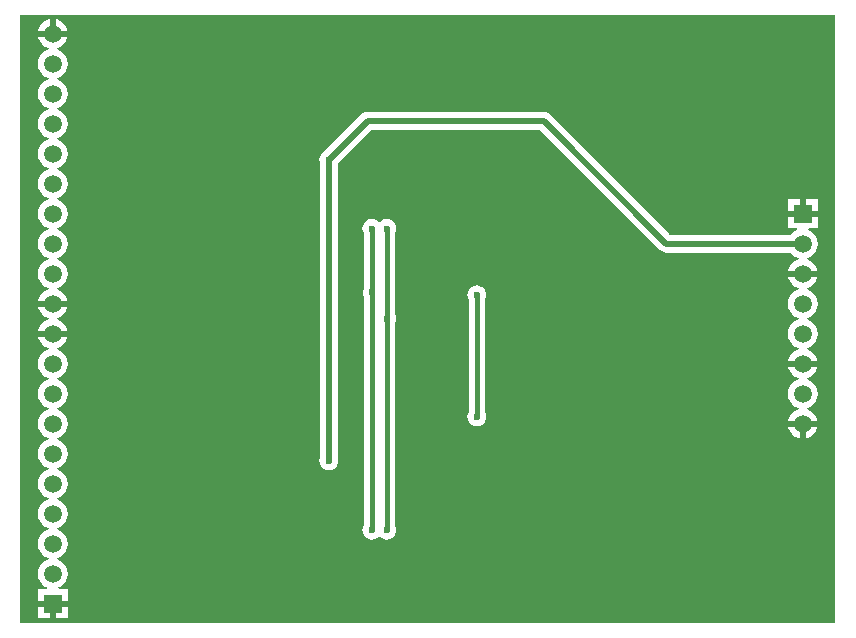
<source format=gbl>
G04*
G04 #@! TF.GenerationSoftware,Altium Limited,Altium Designer,25.2.1 (25)*
G04*
G04 Layer_Physical_Order=2*
G04 Layer_Color=16711680*
%FSLAX44Y44*%
%MOMM*%
G71*
G04*
G04 #@! TF.SameCoordinates,855B9A58-CFE3-4230-A620-731D9DC95041*
G04*
G04*
G04 #@! TF.FilePolarity,Positive*
G04*
G01*
G75*
%ADD24C,0.3810*%
%ADD25C,0.5000*%
%ADD26C,1.5000*%
%ADD27R,1.5000X1.5000*%
%ADD28C,0.6000*%
G36*
X695000Y5000D02*
X5000D01*
Y520000D01*
X695000D01*
Y5000D01*
D02*
G37*
%LPC*%
G36*
X35040Y516073D02*
Y506340D01*
X44774D01*
X44678Y507063D01*
X43419Y510104D01*
X41415Y512715D01*
X38804Y514719D01*
X35763Y515978D01*
X35040Y516073D01*
D02*
G37*
G36*
X29960D02*
X29237Y515978D01*
X26196Y514719D01*
X23585Y512715D01*
X21581Y510104D01*
X20322Y507063D01*
X20227Y506340D01*
X29960D01*
Y516073D01*
D02*
G37*
G36*
X680000Y363900D02*
X670040D01*
Y353940D01*
X680000D01*
Y363900D01*
D02*
G37*
G36*
X664960D02*
X655000D01*
Y353940D01*
X664960D01*
Y363900D01*
D02*
G37*
G36*
X315250Y346804D02*
X313162Y346529D01*
X311215Y345723D01*
X309544Y344441D01*
X309535Y344429D01*
X308265D01*
X308256Y344441D01*
X306584Y345723D01*
X304638Y346529D01*
X302550Y346804D01*
X300462Y346529D01*
X298515Y345723D01*
X296844Y344441D01*
X295562Y342770D01*
X294756Y340824D01*
X294481Y338735D01*
X294756Y336647D01*
X295562Y334701D01*
X295585Y334670D01*
Y288004D01*
X295206Y287088D01*
X294931Y285000D01*
X295206Y282912D01*
X295585Y281996D01*
Y87615D01*
X295562Y87584D01*
X294756Y85638D01*
X294481Y83550D01*
X294756Y81461D01*
X295562Y79515D01*
X296844Y77844D01*
X298515Y76562D01*
X300462Y75756D01*
X302550Y75481D01*
X304638Y75756D01*
X306584Y76562D01*
X308256Y77844D01*
X308265Y77856D01*
X309535D01*
X309544Y77844D01*
X311215Y76562D01*
X313162Y75756D01*
X315250Y75481D01*
X317338Y75756D01*
X319284Y76562D01*
X320956Y77844D01*
X322238Y79515D01*
X323044Y81461D01*
X323319Y83550D01*
X323044Y85638D01*
X322238Y87584D01*
X322215Y87615D01*
Y258435D01*
X322238Y258465D01*
X323044Y260412D01*
X323319Y262500D01*
X323044Y264588D01*
X322238Y266535D01*
X322215Y266565D01*
Y334670D01*
X322238Y334701D01*
X323044Y336647D01*
X323319Y338735D01*
X323044Y340824D01*
X322238Y342770D01*
X320956Y344441D01*
X319284Y345723D01*
X317338Y346529D01*
X315250Y346804D01*
D02*
G37*
G36*
X298983Y437565D02*
X297025Y437307D01*
X295200Y436551D01*
X293633Y435349D01*
X293633Y435349D01*
X262662Y404377D01*
X262108Y404148D01*
X260437Y402866D01*
X259154Y401194D01*
X258349Y399248D01*
X258074Y397160D01*
X258349Y395072D01*
X258578Y394518D01*
Y144802D01*
X258349Y144248D01*
X258074Y142160D01*
X258349Y140072D01*
X259154Y138125D01*
X260437Y136454D01*
X262108Y135172D01*
X264054Y134366D01*
X266143Y134091D01*
X268231Y134366D01*
X270177Y135172D01*
X271848Y136454D01*
X273130Y138125D01*
X273937Y140072D01*
X274212Y142160D01*
X273937Y144248D01*
X273707Y144802D01*
Y394027D01*
X302116Y422435D01*
X444867D01*
X546651Y320651D01*
X546651Y320651D01*
X548218Y319449D01*
X550042Y318693D01*
X552000Y318435D01*
X657549D01*
X658585Y317085D01*
X661196Y315081D01*
X663923Y313952D01*
X663923Y313950D01*
Y312650D01*
X663923Y312648D01*
X661196Y311519D01*
X658585Y309515D01*
X656581Y306904D01*
X655322Y303863D01*
X655227Y303140D01*
X667500D01*
X679773D01*
X679678Y303863D01*
X678419Y306904D01*
X676415Y309515D01*
X673804Y311519D01*
X671077Y312648D01*
X671077Y312650D01*
Y313950D01*
X671077Y313952D01*
X673804Y315081D01*
X676415Y317085D01*
X678419Y319696D01*
X679678Y322737D01*
X680108Y326000D01*
X679678Y329263D01*
X678419Y332304D01*
X676415Y334915D01*
X673804Y336919D01*
X672087Y337630D01*
X672339Y338900D01*
X680000D01*
Y348860D01*
X667500D01*
X655000D01*
Y338900D01*
X662661D01*
X662913Y337630D01*
X661196Y336919D01*
X658585Y334915D01*
X657549Y333565D01*
X555133D01*
X453349Y435349D01*
X451782Y436551D01*
X449958Y437307D01*
X448000Y437565D01*
X298983D01*
X298983Y437565D01*
D02*
G37*
G36*
X44774Y501260D02*
X32500D01*
X20227D01*
X20322Y500537D01*
X21581Y497496D01*
X23585Y494885D01*
X26196Y492881D01*
X28923Y491752D01*
X28923Y491750D01*
Y490450D01*
X28923Y490448D01*
X26196Y489319D01*
X23585Y487315D01*
X21581Y484704D01*
X20322Y481663D01*
X19892Y478400D01*
X20322Y475137D01*
X21581Y472096D01*
X23585Y469485D01*
X26196Y467481D01*
X28923Y466352D01*
X28923Y466350D01*
Y465050D01*
X28923Y465048D01*
X26196Y463919D01*
X23585Y461915D01*
X21581Y459304D01*
X20322Y456263D01*
X19892Y453000D01*
X20322Y449737D01*
X21581Y446696D01*
X23585Y444085D01*
X26196Y442081D01*
X28923Y440952D01*
X28923Y440950D01*
Y439650D01*
X28923Y439648D01*
X26196Y438519D01*
X23585Y436515D01*
X21581Y433904D01*
X20322Y430863D01*
X19892Y427600D01*
X20322Y424337D01*
X21581Y421296D01*
X23585Y418685D01*
X26196Y416681D01*
X28923Y415552D01*
X28923Y415550D01*
Y414250D01*
X28923Y414248D01*
X26196Y413119D01*
X23585Y411115D01*
X21581Y408504D01*
X20322Y405463D01*
X19892Y402200D01*
X20322Y398937D01*
X21581Y395896D01*
X23585Y393285D01*
X26196Y391281D01*
X28923Y390152D01*
X28923Y390150D01*
Y388850D01*
X28923Y388848D01*
X26196Y387719D01*
X23585Y385715D01*
X21581Y383104D01*
X20322Y380063D01*
X19892Y376800D01*
X20322Y373537D01*
X21581Y370496D01*
X23585Y367885D01*
X26196Y365881D01*
X28923Y364752D01*
X28923Y364750D01*
Y363450D01*
X28923Y363448D01*
X26196Y362319D01*
X23585Y360315D01*
X21581Y357704D01*
X20322Y354663D01*
X19892Y351400D01*
X20322Y348137D01*
X21581Y345096D01*
X23585Y342485D01*
X26196Y340481D01*
X28923Y339352D01*
X28923Y339350D01*
Y338050D01*
X28923Y338048D01*
X26196Y336919D01*
X23585Y334915D01*
X21581Y332304D01*
X20322Y329263D01*
X19892Y326000D01*
X20322Y322737D01*
X21581Y319696D01*
X23585Y317085D01*
X26196Y315081D01*
X28923Y313952D01*
X28923Y313950D01*
Y312650D01*
X28923Y312648D01*
X26196Y311519D01*
X23585Y309515D01*
X21581Y306904D01*
X20322Y303863D01*
X19892Y300600D01*
X20322Y297337D01*
X21581Y294296D01*
X23585Y291685D01*
X26196Y289681D01*
X28923Y288552D01*
X28923Y288550D01*
Y287250D01*
X28923Y287248D01*
X26196Y286119D01*
X23585Y284115D01*
X21581Y281504D01*
X20322Y278463D01*
X20227Y277740D01*
X32500D01*
X44774D01*
X44678Y278463D01*
X43419Y281504D01*
X41415Y284115D01*
X38804Y286119D01*
X36077Y287248D01*
X36077Y287250D01*
Y288550D01*
X36077Y288552D01*
X38804Y289681D01*
X41415Y291685D01*
X43419Y294296D01*
X44678Y297337D01*
X45108Y300600D01*
X44678Y303863D01*
X43419Y306904D01*
X41415Y309515D01*
X38804Y311519D01*
X36077Y312648D01*
X36077Y312650D01*
Y313950D01*
X36077Y313952D01*
X38804Y315081D01*
X41415Y317085D01*
X43419Y319696D01*
X44678Y322737D01*
X45108Y326000D01*
X44678Y329263D01*
X43419Y332304D01*
X41415Y334915D01*
X38804Y336919D01*
X36077Y338048D01*
X36077Y338050D01*
Y339350D01*
X36077Y339352D01*
X38804Y340481D01*
X41415Y342485D01*
X43419Y345096D01*
X44678Y348137D01*
X45108Y351400D01*
X44678Y354663D01*
X43419Y357704D01*
X41415Y360315D01*
X38804Y362319D01*
X36077Y363448D01*
X36077Y363450D01*
Y364750D01*
X36077Y364752D01*
X38804Y365881D01*
X41415Y367885D01*
X43419Y370496D01*
X44678Y373537D01*
X45108Y376800D01*
X44678Y380063D01*
X43419Y383104D01*
X41415Y385715D01*
X38804Y387719D01*
X36077Y388848D01*
X36077Y388850D01*
Y390150D01*
X36077Y390152D01*
X38804Y391281D01*
X41415Y393285D01*
X43419Y395896D01*
X44678Y398937D01*
X45108Y402200D01*
X44678Y405463D01*
X43419Y408504D01*
X41415Y411115D01*
X38804Y413119D01*
X36077Y414248D01*
X36077Y414250D01*
Y415550D01*
X36077Y415552D01*
X38804Y416681D01*
X41415Y418685D01*
X43419Y421296D01*
X44678Y424337D01*
X45108Y427600D01*
X44678Y430863D01*
X43419Y433904D01*
X41415Y436515D01*
X38804Y438519D01*
X36077Y439648D01*
X36077Y439650D01*
Y440950D01*
X36077Y440952D01*
X38804Y442081D01*
X41415Y444085D01*
X43419Y446696D01*
X44678Y449737D01*
X45108Y453000D01*
X44678Y456263D01*
X43419Y459304D01*
X41415Y461915D01*
X38804Y463919D01*
X36077Y465048D01*
X36077Y465050D01*
Y466350D01*
X36077Y466352D01*
X38804Y467481D01*
X41415Y469485D01*
X43419Y472096D01*
X44678Y475137D01*
X45108Y478400D01*
X44678Y481663D01*
X43419Y484704D01*
X41415Y487315D01*
X38804Y489319D01*
X36077Y490448D01*
X36077Y490450D01*
Y491750D01*
X36077Y491752D01*
X38804Y492881D01*
X41415Y494885D01*
X43419Y497496D01*
X44678Y500537D01*
X44774Y501260D01*
D02*
G37*
G36*
Y272660D02*
X32500D01*
X20227D01*
X20322Y271937D01*
X21581Y268896D01*
X23585Y266285D01*
X26196Y264281D01*
X28923Y263152D01*
X28923Y263150D01*
Y261850D01*
X28923Y261848D01*
X26196Y260719D01*
X23585Y258715D01*
X21581Y256104D01*
X20322Y253063D01*
X20227Y252340D01*
X32500D01*
X44774D01*
X44678Y253063D01*
X43419Y256104D01*
X41415Y258715D01*
X38804Y260719D01*
X36077Y261848D01*
X36077Y261850D01*
Y263150D01*
X36077Y263152D01*
X38804Y264281D01*
X41415Y266285D01*
X43419Y268896D01*
X44678Y271937D01*
X44774Y272660D01*
D02*
G37*
G36*
X679773Y298060D02*
X667500D01*
X655227D01*
X655322Y297337D01*
X656581Y294296D01*
X658585Y291685D01*
X661196Y289681D01*
X663923Y288552D01*
X663923Y288550D01*
Y287250D01*
X663923Y287248D01*
X661196Y286119D01*
X658585Y284115D01*
X656581Y281504D01*
X655322Y278463D01*
X654892Y275200D01*
X655322Y271937D01*
X656581Y268896D01*
X658585Y266285D01*
X661196Y264281D01*
X663923Y263152D01*
X663923Y263150D01*
Y261850D01*
X663923Y261848D01*
X661196Y260719D01*
X658585Y258715D01*
X656581Y256104D01*
X655322Y253063D01*
X654892Y249800D01*
X655322Y246537D01*
X656581Y243496D01*
X658585Y240885D01*
X661196Y238881D01*
X663923Y237752D01*
X663923Y237750D01*
Y236450D01*
X663923Y236448D01*
X661196Y235319D01*
X658585Y233315D01*
X656581Y230704D01*
X655322Y227663D01*
X655227Y226940D01*
X667500D01*
X679773D01*
X679678Y227663D01*
X678419Y230704D01*
X676415Y233315D01*
X673804Y235319D01*
X671077Y236448D01*
X671077Y236450D01*
Y237750D01*
X671077Y237752D01*
X673804Y238881D01*
X676415Y240885D01*
X678419Y243496D01*
X679678Y246537D01*
X680108Y249800D01*
X679678Y253063D01*
X678419Y256104D01*
X676415Y258715D01*
X673804Y260719D01*
X671077Y261848D01*
X671077Y261850D01*
Y263150D01*
X671077Y263152D01*
X673804Y264281D01*
X676415Y266285D01*
X678419Y268896D01*
X679678Y271937D01*
X680108Y275200D01*
X679678Y278463D01*
X678419Y281504D01*
X676415Y284115D01*
X673804Y286119D01*
X671077Y287248D01*
X671077Y287250D01*
Y288550D01*
X671077Y288552D01*
X673804Y289681D01*
X676415Y291685D01*
X678419Y294296D01*
X679678Y297337D01*
X679773Y298060D01*
D02*
G37*
G36*
Y221860D02*
X667500D01*
X655227D01*
X655322Y221137D01*
X656581Y218096D01*
X658585Y215485D01*
X661196Y213481D01*
X663923Y212352D01*
X663923Y212350D01*
Y211050D01*
X663923Y211048D01*
X661196Y209919D01*
X658585Y207915D01*
X656581Y205304D01*
X655322Y202263D01*
X654892Y199000D01*
X655322Y195737D01*
X656581Y192696D01*
X658585Y190085D01*
X661196Y188081D01*
X663923Y186952D01*
X663923Y186950D01*
Y185650D01*
X663923Y185648D01*
X661196Y184519D01*
X658585Y182515D01*
X656581Y179904D01*
X655322Y176863D01*
X655227Y176140D01*
X667500D01*
X679773D01*
X679678Y176863D01*
X678419Y179904D01*
X676415Y182515D01*
X673804Y184519D01*
X671077Y185648D01*
X671077Y185650D01*
Y186950D01*
X671077Y186952D01*
X673804Y188081D01*
X676415Y190085D01*
X678419Y192696D01*
X679678Y195737D01*
X680108Y199000D01*
X679678Y202263D01*
X678419Y205304D01*
X676415Y207915D01*
X673804Y209919D01*
X671077Y211048D01*
X671077Y211050D01*
Y212350D01*
X671077Y212352D01*
X673804Y213481D01*
X676415Y215485D01*
X678419Y218096D01*
X679678Y221137D01*
X679773Y221860D01*
D02*
G37*
G36*
X391450Y290619D02*
X389361Y290344D01*
X387415Y289538D01*
X385744Y288256D01*
X384462Y286585D01*
X383656Y284639D01*
X383381Y282550D01*
X383656Y280462D01*
X384462Y278516D01*
X384485Y278485D01*
Y183330D01*
X384462Y183299D01*
X383656Y181353D01*
X383381Y179265D01*
X383656Y177176D01*
X384462Y175230D01*
X385744Y173559D01*
X387415Y172277D01*
X389361Y171471D01*
X391450Y171196D01*
X393538Y171471D01*
X395484Y172277D01*
X397155Y173559D01*
X398438Y175230D01*
X399244Y177176D01*
X399519Y179265D01*
X399244Y181353D01*
X398438Y183299D01*
X398414Y183330D01*
Y278485D01*
X398438Y278516D01*
X399244Y280462D01*
X399519Y282550D01*
X399244Y284639D01*
X398438Y286585D01*
X397155Y288256D01*
X395484Y289538D01*
X393538Y290344D01*
X391450Y290619D01*
D02*
G37*
G36*
X679773Y171060D02*
X670040D01*
Y161327D01*
X670763Y161422D01*
X673804Y162681D01*
X676415Y164685D01*
X678419Y167296D01*
X679678Y170337D01*
X679773Y171060D01*
D02*
G37*
G36*
X664960D02*
X655227D01*
X655322Y170337D01*
X656581Y167296D01*
X658585Y164685D01*
X661196Y162681D01*
X664237Y161422D01*
X664960Y161327D01*
Y171060D01*
D02*
G37*
G36*
X44774Y247260D02*
X32500D01*
X20227D01*
X20322Y246537D01*
X21581Y243496D01*
X23585Y240885D01*
X26196Y238881D01*
X28923Y237752D01*
X28923Y237750D01*
Y236450D01*
X28923Y236448D01*
X26196Y235319D01*
X23585Y233315D01*
X21581Y230704D01*
X20322Y227663D01*
X19892Y224400D01*
X20322Y221137D01*
X21581Y218096D01*
X23585Y215485D01*
X26196Y213481D01*
X28923Y212352D01*
X28923Y212350D01*
Y211050D01*
X28923Y211048D01*
X26196Y209919D01*
X23585Y207915D01*
X21581Y205304D01*
X20322Y202263D01*
X19892Y199000D01*
X20322Y195737D01*
X21581Y192696D01*
X23585Y190085D01*
X26196Y188081D01*
X28923Y186952D01*
X28923Y186950D01*
Y185650D01*
X28923Y185648D01*
X26196Y184519D01*
X23585Y182515D01*
X21581Y179904D01*
X20322Y176863D01*
X19892Y173600D01*
X20322Y170337D01*
X21581Y167296D01*
X23585Y164685D01*
X26196Y162681D01*
X28923Y161552D01*
X28923Y161550D01*
Y160250D01*
X28923Y160248D01*
X26196Y159119D01*
X23585Y157115D01*
X21581Y154504D01*
X20322Y151463D01*
X19892Y148200D01*
X20322Y144937D01*
X21581Y141896D01*
X23585Y139285D01*
X26196Y137281D01*
X28923Y136152D01*
X28923Y136150D01*
Y134850D01*
X28923Y134848D01*
X26196Y133719D01*
X23585Y131715D01*
X21581Y129104D01*
X20322Y126063D01*
X19892Y122800D01*
X20322Y119537D01*
X21581Y116496D01*
X23585Y113885D01*
X26196Y111881D01*
X28923Y110752D01*
X28923Y110750D01*
Y109450D01*
X28923Y109448D01*
X26196Y108319D01*
X23585Y106315D01*
X21581Y103704D01*
X20322Y100663D01*
X19892Y97400D01*
X20322Y94137D01*
X21581Y91096D01*
X23585Y88485D01*
X26196Y86481D01*
X28923Y85352D01*
X28923Y85350D01*
Y84050D01*
X28923Y84048D01*
X26196Y82919D01*
X23585Y80915D01*
X21581Y78304D01*
X20322Y75263D01*
X19892Y72000D01*
X20322Y68737D01*
X21581Y65696D01*
X23585Y63085D01*
X26196Y61081D01*
X28923Y59952D01*
X28923Y59950D01*
Y58650D01*
X28923Y58648D01*
X26196Y57519D01*
X23585Y55515D01*
X21581Y52904D01*
X20322Y49863D01*
X19892Y46600D01*
X20322Y43337D01*
X21581Y40296D01*
X23585Y37685D01*
X26196Y35681D01*
X27913Y34970D01*
X27661Y33700D01*
X20000D01*
Y23740D01*
X32500D01*
X45000D01*
Y33700D01*
X37339D01*
X37087Y34970D01*
X38804Y35681D01*
X41415Y37685D01*
X43419Y40296D01*
X44678Y43337D01*
X45108Y46600D01*
X44678Y49863D01*
X43419Y52904D01*
X41415Y55515D01*
X38804Y57519D01*
X36077Y58648D01*
X36077Y58650D01*
Y59950D01*
X36077Y59952D01*
X38804Y61081D01*
X41415Y63085D01*
X43419Y65696D01*
X44678Y68737D01*
X45108Y72000D01*
X44678Y75263D01*
X43419Y78304D01*
X41415Y80915D01*
X38804Y82919D01*
X36077Y84048D01*
X36077Y84050D01*
Y85350D01*
X36077Y85352D01*
X38804Y86481D01*
X41415Y88485D01*
X43419Y91096D01*
X44678Y94137D01*
X45108Y97400D01*
X44678Y100663D01*
X43419Y103704D01*
X41415Y106315D01*
X38804Y108319D01*
X36077Y109448D01*
X36077Y109450D01*
Y110750D01*
X36077Y110752D01*
X38804Y111881D01*
X41415Y113885D01*
X43419Y116496D01*
X44678Y119537D01*
X45108Y122800D01*
X44678Y126063D01*
X43419Y129104D01*
X41415Y131715D01*
X38804Y133719D01*
X36077Y134848D01*
X36077Y134850D01*
Y136150D01*
X36077Y136152D01*
X38804Y137281D01*
X41415Y139285D01*
X43419Y141896D01*
X44678Y144937D01*
X45108Y148200D01*
X44678Y151463D01*
X43419Y154504D01*
X41415Y157115D01*
X38804Y159119D01*
X36077Y160248D01*
X36077Y160250D01*
Y161550D01*
X36077Y161552D01*
X38804Y162681D01*
X41415Y164685D01*
X43419Y167296D01*
X44678Y170337D01*
X45108Y173600D01*
X44678Y176863D01*
X43419Y179904D01*
X41415Y182515D01*
X38804Y184519D01*
X36077Y185648D01*
X36077Y185650D01*
Y186950D01*
X36077Y186952D01*
X38804Y188081D01*
X41415Y190085D01*
X43419Y192696D01*
X44678Y195737D01*
X45108Y199000D01*
X44678Y202263D01*
X43419Y205304D01*
X41415Y207915D01*
X38804Y209919D01*
X36077Y211048D01*
X36077Y211050D01*
Y212350D01*
X36077Y212352D01*
X38804Y213481D01*
X41415Y215485D01*
X43419Y218096D01*
X44678Y221137D01*
X45108Y224400D01*
X44678Y227663D01*
X43419Y230704D01*
X41415Y233315D01*
X38804Y235319D01*
X36077Y236448D01*
X36077Y236450D01*
Y237750D01*
X36077Y237752D01*
X38804Y238881D01*
X41415Y240885D01*
X43419Y243496D01*
X44678Y246537D01*
X44774Y247260D01*
D02*
G37*
G36*
X45000Y18660D02*
X35040D01*
Y8700D01*
X45000D01*
Y18660D01*
D02*
G37*
G36*
X29960D02*
X20000D01*
Y8700D01*
X29960D01*
Y18660D01*
D02*
G37*
%LPD*%
D24*
X302550Y83550D02*
Y338735D01*
X391450Y179265D02*
Y282550D01*
X315250Y83550D02*
Y338735D01*
D25*
X266143Y397160D02*
X298983Y430000D01*
X448000D02*
X552000Y326000D01*
X298983Y430000D02*
X448000D01*
X552000Y326000D02*
X667500D01*
X266143Y142160D02*
Y397160D01*
D26*
X32500Y224400D02*
D03*
Y122800D02*
D03*
Y148200D02*
D03*
Y46600D02*
D03*
Y72000D02*
D03*
Y97400D02*
D03*
Y173600D02*
D03*
Y199000D02*
D03*
Y249800D02*
D03*
Y275200D02*
D03*
Y300600D02*
D03*
Y326000D02*
D03*
Y351400D02*
D03*
Y376800D02*
D03*
Y402200D02*
D03*
Y427600D02*
D03*
Y453000D02*
D03*
Y478400D02*
D03*
Y503800D02*
D03*
X667500Y249800D02*
D03*
Y224400D02*
D03*
Y326000D02*
D03*
Y300600D02*
D03*
Y275200D02*
D03*
Y199000D02*
D03*
Y173600D02*
D03*
D27*
X32500Y21200D02*
D03*
X667500Y351400D02*
D03*
D28*
X200000Y225000D02*
D03*
Y318000D02*
D03*
Y349000D02*
D03*
Y374000D02*
D03*
X355772Y462257D02*
D03*
X413000Y416000D02*
D03*
X546292Y262500D02*
D03*
X414000Y237000D02*
D03*
X406000Y275000D02*
D03*
X413000Y360000D02*
D03*
X525000Y165000D02*
D03*
X605000D02*
D03*
Y220000D02*
D03*
X525000D02*
D03*
Y300000D02*
D03*
X605000D02*
D03*
X385000Y130000D02*
D03*
X355000D02*
D03*
X330000D02*
D03*
X200000Y120000D02*
D03*
Y95000D02*
D03*
Y65000D02*
D03*
X380000Y225000D02*
D03*
X335000D02*
D03*
X375000Y385000D02*
D03*
X345000D02*
D03*
X315000D02*
D03*
X380000Y185000D02*
D03*
X360000Y245000D02*
D03*
X285000Y225000D02*
D03*
Y175000D02*
D03*
Y85000D02*
D03*
Y105000D02*
D03*
X250000Y115000D02*
D03*
Y175000D02*
D03*
X200000Y150000D02*
D03*
Y175000D02*
D03*
X110000Y255000D02*
D03*
Y280000D02*
D03*
X200000Y255000D02*
D03*
Y290000D02*
D03*
X250000Y255000D02*
D03*
Y290000D02*
D03*
X390000Y300000D02*
D03*
X380000D02*
D03*
X390000Y330000D02*
D03*
X380000D02*
D03*
X285000Y255000D02*
D03*
Y290000D02*
D03*
Y340000D02*
D03*
Y350000D02*
D03*
Y360000D02*
D03*
X250000D02*
D03*
X260000Y430000D02*
D03*
X290000Y480000D02*
D03*
X200000D02*
D03*
Y430000D02*
D03*
X50000Y515000D02*
D03*
X80000D02*
D03*
X110000D02*
D03*
X140000D02*
D03*
X170000D02*
D03*
X200000D02*
D03*
X230000D02*
D03*
X260000D02*
D03*
X290000D02*
D03*
X320000D02*
D03*
X350000D02*
D03*
X380000D02*
D03*
X410000D02*
D03*
X440000D02*
D03*
X470000D02*
D03*
X500000D02*
D03*
X530000D02*
D03*
X560000D02*
D03*
X590000D02*
D03*
X620000D02*
D03*
X650000D02*
D03*
X680000D02*
D03*
X680000Y130000D02*
D03*
Y100000D02*
D03*
Y70000D02*
D03*
Y40000D02*
D03*
Y10000D02*
D03*
X650000D02*
D03*
X620000D02*
D03*
X590000D02*
D03*
X560000D02*
D03*
X530000D02*
D03*
X500000D02*
D03*
X470000D02*
D03*
X440000D02*
D03*
X410000D02*
D03*
X380000D02*
D03*
X350000D02*
D03*
X320000D02*
D03*
X290000D02*
D03*
X260000D02*
D03*
X230000D02*
D03*
X200000D02*
D03*
X170000D02*
D03*
X140000D02*
D03*
X110000D02*
D03*
X80000D02*
D03*
X50000D02*
D03*
X303000Y285000D02*
D03*
X266143Y397160D02*
D03*
Y142160D02*
D03*
X391450Y282550D02*
D03*
Y179265D02*
D03*
X137600Y46600D02*
D03*
Y72000D02*
D03*
Y97400D02*
D03*
Y122800D02*
D03*
Y148200D02*
D03*
Y173600D02*
D03*
Y199000D02*
D03*
Y224400D02*
D03*
Y300600D02*
D03*
Y326000D02*
D03*
Y351400D02*
D03*
Y376800D02*
D03*
Y402200D02*
D03*
Y427600D02*
D03*
Y453000D02*
D03*
Y478400D02*
D03*
X315250Y262500D02*
D03*
Y338735D02*
D03*
X302550D02*
D03*
X315250Y83550D02*
D03*
X302550D02*
D03*
M02*

</source>
